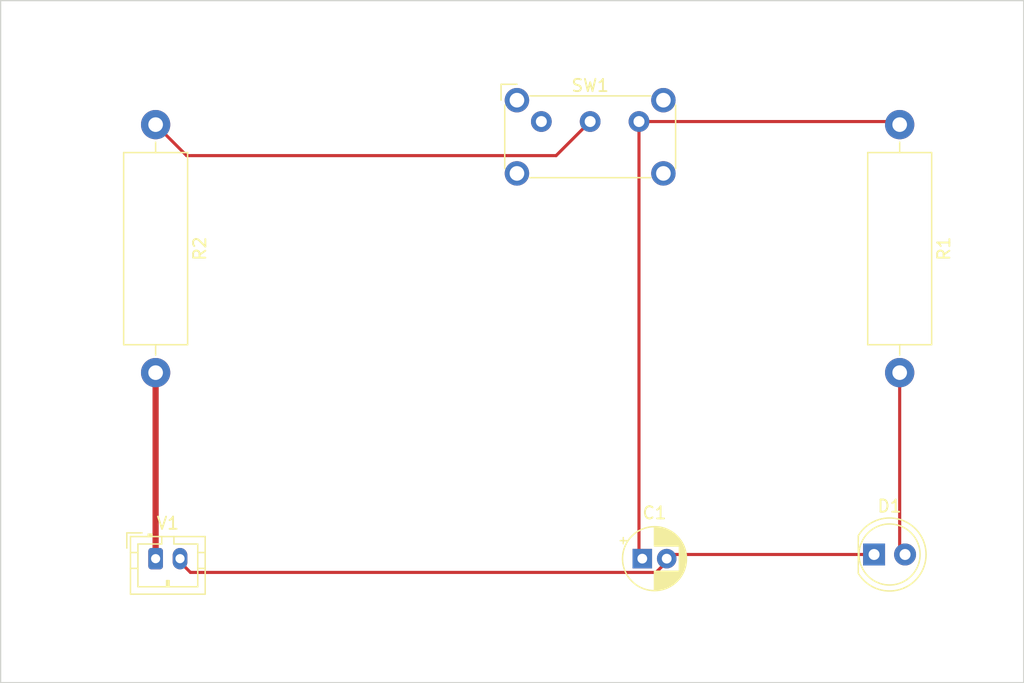
<source format=kicad_pcb>
(kicad_pcb (version 20211014) (generator pcbnew)
  (layers (0 "F.Cu" signal) (31 "B.Cu" signal) (34 "B.Paste" user) (35 "F.Paste" user) (36 "B.SilkS" user "B.Silkscreen") (37 "F.SilkS" user "F.Silkscreen") (38 "B.Mask" user) (39 "F.Mask" user) (44 "Edge.Cuts" user))
  (net 0 "")
  (net 1 "Net-(C1-Pad1)")
  (net 2 "Net-(C1-Pad2)")
  (net 3 "Net-(D1-Pad2)")
  (net 4 "Net-(R2-Pad1)")
  (net 5 "Net-(R2-Pad2)")
  (footprint "Resistor_THT:R_Axial_DIN0516_L15.5mm_D5.0mm_P20.32mm_Horizontal" (layer "F.Cu") (at 124.46 76.2 -90)
    (fp_text reference "R2" (at 10.16 -3.62 90) (layer "F.SilkS"))
    (fp_text value "2.2kW")
    (fp_line (start 2.29 2.62) (end 18.03 2.62) (layer "F.SilkS") (width 0.12))
    (fp_line (start 1.44 0) (end 2.29 0) (layer "F.SilkS") (width 0.12))
    (fp_line (start 18.03 -2.62) (end 2.29 -2.62) (layer "F.SilkS") (width 0.12))
    (fp_line (start 2.29 -2.62) (end 2.29 2.62) (layer "F.SilkS") (width 0.12))
    (fp_line (start 18.88 0) (end 18.03 0) (layer "F.SilkS") (width 0.12))
    (fp_line (start 18.03 2.62) (end 18.03 -2.62) (layer "F.SilkS") (width 0.12))
    (pad "1" thru_hole circle (at 0 0 270) (size 2.4 2.4) (drill 1.2) (layers *.Cu *.Mask) (net 4 "Net-(R2-Pad1)"))
    (pad "2" thru_hole oval (at 20.32 0 270) (size 2.4 2.4) (drill 1.2) (layers *.Cu *.Mask) (net 5 "Net-(R2-Pad2)"))
  )
  (footprint "LED_THT:LED_D5.0mm" (layer "F.Cu") (at 183.322002 111.419567)
    (fp_text reference "D1" (at 1.27 -3.96) (layer "F.SilkS"))
    (fp_text value "LED")
    (fp_line (start -1.29 -1.545) (end -1.29 1.545) (layer "F.SilkS") (width 0.12))
    (fp_arc (start 4.26 -0.000462) (mid 2.072002 2.880433) (end -1.29 1.54483) (layer "F.SilkS") (width 0.12))
    (fp_arc (start -1.29 -1.54483) (mid 2.072002 -2.880433) (end 4.26 0.000462) (layer "F.SilkS") (width 0.12))
    (fp_circle (center 1.27 0) (end 3.77 0) (layer "F.SilkS") (width 0.12) (fill none))
    (pad "1" thru_hole rect (at 0 0) (size 1.8 1.8) (drill 0.9) (layers *.Cu *.Mask) (net 2 "Net-(C1-Pad2)"))
    (pad "2" thru_hole circle (at 2.54 0) (size 1.8 1.8) (drill 0.9) (layers *.Cu *.Mask) (net 3 "Net-(D1-Pad2)"))
  )
  (footprint "Connector_JST:JST_PH_B2B-PH-K_1x02_P2.00mm_Vertical" (layer "F.Cu") (at 124.46 111.76)
    (fp_text reference "V1" (at 1 -2.9) (layer "F.SilkS"))
    (fp_text value "9V")
    (fp_line (start 0.9 2.3) (end 0.9 1.8) (layer "F.SilkS") (width 0.12))
    (fp_line (start -2.36 -2.11) (end -2.36 -0.86) (layer "F.SilkS") (width 0.12))
    (fp_line (start -2.06 -1.81) (end -2.06 2.91) (layer "F.SilkS") (width 0.12))
    (fp_line (start -0.6 -2.01) (end -0.6 -1.81) (layer "F.SilkS") (width 0.12))
    (fp_line (start -0.3 -1.81) (end -0.3 -2.01) (layer "F.SilkS") (width 0.12))
    (fp_line (start 3.45 -1.2) (end 1.5 -1.2) (layer "F.SilkS") (width 0.12))
    (fp_line (start -0.3 -1.91) (end -0.6 -1.91) (layer "F.SilkS") (width 0.12))
    (fp_line (start 0.5 -1.2) (end -1.45 -1.2) (layer "F.SilkS") (width 0.12))
    (fp_line (start -1.45 -1.2) (end -1.45 2.3) (layer "F.SilkS") (width 0.12))
    (fp_line (start 4.06 2.91) (end 4.06 -1.81) (layer "F.SilkS") (width 0.12))
    (fp_line (start 1.5 -1.2) (end 1.5 -1.81) (layer "F.SilkS") (width 0.12))
    (fp_line (start 4.06 -1.81) (end -2.06 -1.81) (layer "F.SilkS") (width 0.12))
    (fp_line (start -1.45 2.3) (end 3.45 2.3) (layer "F.SilkS") (width 0.12))
    (fp_line (start -2.06 2.91) (end 4.06 2.91) (layer "F.SilkS") (width 0.12))
    (fp_line (start 4.06 -0.5) (end 3.45 -0.5) (layer "F.SilkS") (width 0.12))
    (fp_line (start 0.9 1.8) (end 1.1 1.8) (layer "F.SilkS") (width 0.12))
    (fp_line (start 0.5 -1.81) (end 0.5 -1.2) (layer "F.SilkS") (width 0.12))
    (fp_line (start -2.06 0.8) (end -1.45 0.8) (layer "F.SilkS") (width 0.12))
    (fp_line (start -1.11 -2.11) (end -2.36 -2.11) (layer "F.SilkS") (width 0.12))
    (fp_line (start -2.06 -0.5) (end -1.45 -0.5) (layer "F.SilkS") (width 0.12))
    (fp_line (start 1 2.3) (end 1 1.8) (layer "F.SilkS") (width 0.12))
    (fp_line (start 1.1 1.8) (end 1.1 2.3) (layer "F.SilkS") (width 0.12))
    (fp_line (start -0.3 -2.01) (end -0.6 -2.01) (layer "F.SilkS") (width 0.12))
    (fp_line (start 4.06 0.8) (end 3.45 0.8) (layer "F.SilkS") (width 0.12))
    (fp_line (start 3.45 2.3) (end 3.45 -1.2) (layer "F.SilkS") (width 0.12))
    (pad "1" thru_hole roundrect (at 0 0) (size 1.2 1.75) (drill 0.75) (layers *.Cu *.Mask) (roundrect_rratio 0.208333) (net 5 "Net-(R2-Pad2)"))
    (pad "2" thru_hole oval (at 2 0) (size 1.2 1.75) (drill 0.75) (layers *.Cu *.Mask) (net 2 "Net-(C1-Pad2)"))
  )
  (footprint "Button_Switch_THT:SW_E-Switch_EG1224_SPDT_Angled" (layer "F.Cu") (at 156.0625 75.9475)
    (fp_text reference "SW1" (at 4 -2.95) (layer "F.SilkS"))
    (fp_text value " ")
    (fp_line (start 8.95 4.6) (end -0.95 4.6) (layer "F.SilkS") (width 0.12))
    (fp_line (start -3.3 -3.05) (end -2 -3.05) (layer "F.SilkS") (width 0.12))
    (fp_line (start -3 3.85) (end -3 -1.35) (layer "F.SilkS") (width 0.12))
    (fp_line (start -0.95 -2.1) (end 8.95 -2.1) (layer "F.SilkS") (width 0.12))
    (fp_line (start 11 -1.35) (end 11 3.85) (layer "F.SilkS") (width 0.12))
    (fp_line (start -3.3 -1.75) (end -3.3 -3.05) (layer "F.SilkS") (width 0.12))
    (pad "" thru_hole circle (at -2 4.25) (size 2 2) (drill 1.2) (layers *.Cu *.Mask))
    (pad "" thru_hole circle (at 10 -1.75) (size 2 2) (drill 1.2) (layers *.Cu *.Mask))
    (pad "" thru_hole circle (at 10 4.25) (size 2 2) (drill 1.2) (layers *.Cu *.Mask))
    (pad "" thru_hole circle (at -2 -1.75) (size 2 2) (drill 1.2) (layers *.Cu *.Mask))
    (pad "1" thru_hole circle (at 0 0) (size 1.7 1.7) (drill 0.9) (layers *.Cu *.Mask))
    (pad "2" thru_hole circle (at 4 0) (size 1.7 1.7) (drill 0.9) (layers *.Cu *.Mask) (net 4 "Net-(R2-Pad1)"))
    (pad "3" thru_hole circle (at 8 0) (size 1.7 1.7) (drill 0.9) (layers *.Cu *.Mask) (net 1 "Net-(C1-Pad1)"))
  )
  (footprint "Resistor_THT:R_Axial_DIN0516_L15.5mm_D5.0mm_P20.32mm_Horizontal" (layer "F.Cu") (at 185.42 76.2 -90)
    (fp_text reference "R1" (at 10.16 -3.62 90) (layer "F.SilkS"))
    (fp_text value "20kW")
    (fp_line (start 18.03 -2.62) (end 2.29 -2.62) (layer "F.SilkS") (width 0.12))
    (fp_line (start 18.88 0) (end 18.03 0) (layer "F.SilkS") (width 0.12))
    (fp_line (start 1.44 0) (end 2.29 0) (layer "F.SilkS") (width 0.12))
    (fp_line (start 2.29 -2.62) (end 2.29 2.62) (layer "F.SilkS") (width 0.12))
    (fp_line (start 18.03 2.62) (end 18.03 -2.62) (layer "F.SilkS") (width 0.12))
    (fp_line (start 2.29 2.62) (end 18.03 2.62) (layer "F.SilkS") (width 0.12))
    (pad "1" thru_hole circle (at 0 0 270) (size 2.4 2.4) (drill 1.2) (layers *.Cu *.Mask) (net 1 "Net-(C1-Pad1)"))
    (pad "2" thru_hole oval (at 20.32 0 270) (size 2.4 2.4) (drill 1.2) (layers *.Cu *.Mask) (net 3 "Net-(D1-Pad2)"))
  )
  (footprint "Capacitor_THT:CP_Radial_D5.0mm_P2.00mm" (layer "F.Cu") (at 164.33279 111.76)
    (fp_text reference "C1" (at 1 -3.75) (layer "F.SilkS"))
    (fp_text value "4.7uF")
    (fp_line (start 2.521 -2.095) (end 2.521 -1.04) (layer "F.SilkS") (width 0.12))
    (fp_line (start 1.56 1.04) (end 1.56 2.52) (layer "F.SilkS") (width 0.12))
    (fp_line (start 3.281 -1.251) (end 3.281 1.251) (layer "F.SilkS") (width 0.12))
    (fp_line (start 3.601 -0.284) (end 3.601 0.284) (layer "F.SilkS") (width 0.12))
    (fp_line (start 1.12 -2.578) (end 1.12 -1.04) (layer "F.SilkS") (width 0.12))
    (fp_line (start 1.08 1.04) (end 1.08 2.579) (layer "F.SilkS") (width 0.12))
    (fp_line (start 2.481 -2.122) (end 2.481 -1.04) (layer "F.SilkS") (width 0.12))
    (fp_line (start 1 -2.58) (end 1 -1.04) (layer "F.SilkS") (width 0.12))
    (fp_line (start 3.401 -1.011) (end 3.401 1.011) (layer "F.SilkS") (width 0.12))
    (fp_line (start -1.804775 -1.475) (end -1.304775 -1.475) (layer "F.SilkS") (width 0.12))
    (fp_line (start 2.521 1.04) (end 2.521 2.095) (layer "F.SilkS") (width 0.12))
    (fp_line (start 1.16 -2.576) (end 1.16 -1.04) (layer "F.SilkS") (width 0.12))
    (fp_line (start 1.04 1.04) (end 1.04 2.58) (layer "F.SilkS") (width 0.12))
    (fp_line (start 2.641 1.04) (end 2.641 2.004) (layer "F.SilkS") (width 0.12))
    (fp_line (start 1.921 1.04) (end 1.921 2.414) (layer "F.SilkS") (width 0.12))
    (fp_line (start 2.881 1.04) (end 2.881 1.785) (layer "F.SilkS") (width 0.12))
    (fp_line (start 1.6 -2.511) (end 1.6 -1.04) (layer "F.SilkS") (width 0.12))
    (fp_line (start 2.481 1.04) (end 2.481 2.122) (layer "F.SilkS") (width 0.12))
    (fp_line (start 2.201 1.04) (end 2.201 2.29) (layer "F.SilkS") (width 0.12))
    (fp_line (start 2.321 -2.224) (end 2.321 -1.04) (layer "F.SilkS") (width 0.12))
    (fp_line (start 1.32 -2.561) (end 1.32 -1.04) (layer "F.SilkS") (width 0.12))
    (fp_line (start -1.554775 -1.725) (end -1.554775 -1.225) (layer "F.SilkS") (width 0.12))
    (fp_line (start 1.28 -2.565) (end 1.28 -1.04) (layer "F.SilkS") (width 0.12))
    (fp_line (start 1.48 1.04) (end 1.48 2.536) (layer "F.SilkS") (width 0.12))
    (fp_line (start 2.841 -1.826) (end 2.841 -1.04) (layer "F.SilkS") (width 0.12))
    (fp_line (start 3.521 -0.677) (end 3.521 0.677) (layer "F.SilkS") (width 0.12))
    (fp_line (start 1.68 1.04) (end 1.68 2.491) (layer "F.SilkS") (width 0.12))
    (fp_line (start 2.561 1.04) (end 2.561 2.065) (layer "F.SilkS") (width 0.12))
    (fp_line (start 1.761 1.04) (end 1.761 2.468) (layer "F.SilkS") (width 0.12))
    (fp_line (start 2.841 1.04) (end 2.841 1.826) (layer "F.SilkS") (width 0.12))
    (fp_line (start 1.44 1.04) (end 1.44 2.543) (layer "F.SilkS") (width 0.12))
    (fp_line (start 1.32 1.04) (end 1.32 2.561) (layer "F.SilkS") (width 0.12))
    (fp_line (start 3.241 -1.319) (end 3.241 1.319) (layer "F.SilkS") (width 0.12))
    (fp_line (start 3.321 -1.178) (end 3.321 1.178) (layer "F.SilkS") (width 0.12))
    (fp_line (start 2.321 1.04) (end 2.321 2.224) (layer "F.SilkS") (width 0.12))
    (fp_line (start 2.961 -1.699) (end 2.961 -1.04) (layer "F.SilkS") (width 0.12))
    (fp_line (start 2.561 -2.065) (end 2.561 -1.04) (layer "F.SilkS") (width 0.12))
    (fp_line (start 2.241 -2.268) (end 2.241 -1.04) (layer "F.SilkS") (width 0.12))
    (fp_line (start 1.4 1.04) (end 1.4 2.55) (layer "F.SilkS") (width 0.12))
    (fp_line (start 1.44 -2.543) (end 1.44 -1.04) (layer "F.SilkS") (width 0.12))
    (fp_line (start 2.281 -2.247) (end 2.281 -1.04) (layer "F.SilkS") (width 0.12))
    (fp_line (start 2.441 -2.149) (end 2.441 -1.04) (layer "F.SilkS") (width 0.12))
    (fp_line (start 1.6 1.04) (end 1.6 2.511) (layer "F.SilkS") (width 0.12))
    (fp_line (start 1.24 -2.569) (end 1.24 -1.04) (layer "F.SilkS") (width 0.12))
    (fp_line (start 2.801 -1.864) (end 2.801 -1.04) (layer "F.SilkS") (width 0.12))
    (fp_line (start 2.921 1.04) (end 2.921 1.743) (layer "F.SilkS") (width 0.12))
    (fp_line (start 2.721 1.04) (end 2.721 1.937) (layer "F.SilkS") (width 0.12))
    (fp_line (start 2.681 -1.971) (end 2.681 -1.04) (layer "F.SilkS") (width 0.12))
    (fp_line (start 1.2 1.04) (end 1.2 2.573) (layer "F.SilkS") (width 0.12))
    (fp_line (start 1.04 -2.58) (end 1.04 -1.04) (layer "F.SilkS") (width 0.12))
    (fp_line (start 3.481 -0.805) (end 3.481 0.805) (layer "F.SilkS") (width 0.12))
    (fp_line (start 2.041 1.04) (end 2.041 2.365) (layer "F.SilkS") (width 0.12))
    (fp_line (start 2.081 1.04) (end 2.081 2.348) (layer "F.SilkS") (width 0.12))
    (fp_line (start 2.441 1.04) (end 2.441 2.149) (layer "F.SilkS") (width 0.12))
    (fp_line (start 1.52 -2.528) (end 1.52 -1.04) (layer "F.SilkS") (width 0.12))
    (fp_line (start 2.761 -1.901) (end 2.761 -1.04) (layer "F.SilkS") (width 0.12))
    (fp_line (start 2.161 -2.31) (end 2.161 -1.04) (layer "F.SilkS") (width 0.12))
    (fp_line (start 1.24 1.04) (end 1.24 2.569) (layer "F.SilkS") (width 0.12))
    (fp_line (start 1.12 1.04) (end 1.12 2.578) (layer "F.SilkS") (width 0.12))
    (fp_line (start 2.721 -1.937) (end 2.721 -1.04) (layer "F.SilkS") (width 0.12))
    (fp_line (start 3.561 -0.518) (end 3.561 0.518) (layer "F.SilkS") (width 0.12))
    (fp_line (start 3.001 -1.653) (end 3.001 -1.04) (layer "F.SilkS") (width 0.12))
    (fp_line (start 1.36 -2.556) (end 1.36 -1.04) (layer "F.SilkS") (width 0.12))
    (fp_line (start 2.121 1.04) (end 2.121 2.329) (layer "F.SilkS") (width 0.12))
    (fp_line (start 1.48 -2.536) (end 1.48 -1.04) (layer "F.SilkS") (width 0.12))
    (fp_line (start 1.841 1.04) (end 1.841 2.442) (layer "F.SilkS") (width 0.12))
    (fp_line (start 1.4 -2.55) (end 1.4 -1.04) (layer "F.SilkS") (width 0.12))
    (fp_line (start 2.761 1.04) (end 2.761 1.901) (layer "F.SilkS") (width 0.12))
    (fp_line (start 3.161 -1.443) (end 3.161 1.443) (layer "F.SilkS") (width 0.12))
    (fp_line (start 2.921 -1.743) (end 2.921 -1.04) (layer "F.SilkS") (width 0.12))
    (fp_line (start 1.921 -2.414) (end 1.921 -1.04) (layer "F.SilkS") (width 0.12))
    (fp_line (start 3.001 1.04) (end 3.001 1.653) (layer "F.SilkS") (width 0.12))
    (fp_line (start 2.001 -2.382) (end 2.001 -1.04) (layer "F.SilkS") (width 0.12))
    (fp_line (start 2.681 1.04) (end 2.681 1.971) (layer "F.SilkS") (width 0.12))
    (fp_line (start 3.081 -1.554) (end 3.081 1.554) (layer "F.SilkS") (width 0.12))
    (fp_line (start 2.241 1.04) (end 2.241 2.268) (layer "F.SilkS") (width 0.12))
    (fp_line (start 1.881 1.04) (end 1.881 2.428) (layer "F.SilkS") (width 0.12))
    (fp_line (start 2.401 -2.175) (end 2.401 -1.04) (layer "F.SilkS") (width 0.12))
    (fp_line (start 1.2 -2.573) (end 1.2 -1.04) (layer "F.SilkS") (width 0.12))
    (fp_line (start 1.68 -2.491) (end 1.68 -1.04) (layer "F.SilkS") (width 0.12))
    (fp_line (start 3.121 -1.5) (end 3.121 1.5) (layer "F.SilkS") (width 0.12))
    (fp_line (start 3.361 -1.098) (end 3.361 1.098) (layer "F.SilkS") (width 0.12))
    (fp_line (start 1.961 1.04) (end 1.961 2.398) (layer "F.SilkS") (width 0.12))
    (fp_line (start 3.201 -1.383) (end 3.201 1.383) (layer "F.SilkS") (width 0.12))
    (fp_line (start 2.401 1.04) (end 2.401 2.175) (layer "F.SilkS") (width 0.12))
    (fp_line (start 2.001 1.04) (end 2.001 2.382) (layer "F.SilkS") (width 0.12))
    (fp_line (start 1.761 -2.468) (end 1.761 -1.04) (layer "F.SilkS") (width 0.12))
    (fp_line (start 2.281 1.04) (end 2.281 2.247) (layer "F.SilkS") (width 0.12))
    (fp_line (start 2.081 -2.348) (end 2.081 -1.04) (layer "F.SilkS") (width 0.12))
    (fp_line (start 1.64 -2.501) (end 1.64 -1.04) (layer "F.SilkS") (width 0.12))
    (fp_line (start 1 1.04) (end 1 2.58) (layer "F.SilkS") (width 0.12))
    (fp_line (start 1.881 -2.428) (end 1.881 -1.04) (layer "F.SilkS") (width 0.12))
    (fp_line (start 2.601 1.04) (end 2.601 2.035) (layer "F.SilkS") (width 0.12))
    (fp_line (start 1.16 1.04) (end 1.16 2.576) (layer "F.SilkS") (width 0.12))
    (fp_line (start 1.56 -2.52) (end 1.56 -1.04) (layer "F.SilkS") (width 0.12))
    (fp_line (start 1.841 -2.442) (end 1.841 -1.04) (layer "F.SilkS") (width 0.12))
    (fp_line (start 2.801 1.04) (end 2.801 1.864) (layer "F.SilkS") (width 0.12))
    (fp_line (start 3.441 -0.915) (end 3.441 0.915) (layer "F.SilkS") (width 0.12))
    (fp_line (start 1.36 1.04) (end 1.36 2.556) (layer "F.SilkS") (width 0.12))
    (fp_line (start 1.721 1.04) (end 1.721 2.48) (layer "F.SilkS") (width 0.12))
    (fp_line (start 2.121 -2.329) (end 2.121 -1.04) (layer "F.SilkS") (width 0.12))
    (fp_line (start 1.08 -2.579) (end 1.08 -1.04) (layer "F.SilkS") (width 0.12))
    (fp_line (start 2.361 1.04) (end 2.361 2.2) (layer "F.SilkS") (width 0.12))
    (fp_line (start 2.161 1.04) (end 2.161 2.31) (layer "F.SilkS") (width 0.12))
    (fp_line (start 1.801 1.04) (end 1.801 2.455) (layer "F.SilkS") (width 0.12))
    (fp_line (start 2.361 -2.2) (end 2.361 -1.04) (layer "F.SilkS") (width 0.12))
    (fp_line (start 1.28 1.04) (end 1.28 2.565) (layer "F.SilkS") (width 0.12))
    (fp_line (start 1.961 -2.398) (end 1.961 -1.04) (layer "F.SilkS") (width 0.12))
    (fp_line (start 1.801 -2.455) (end 1.801 -1.04) (layer "F.SilkS") (width 0.12))
    (fp_line (start 2.601 -2.035) (end 2.601 -1.04) (layer "F.SilkS") (width 0.12))
    (fp_line (start 2.201 -2.29) (end 2.201 -1.04) (layer "F.SilkS") (width 0.12))
    (fp_line (start 1.52 1.04) (end 1.52 2.528) (layer "F.SilkS") (width 0.12))
    (fp_line (start 2.881 -1.785) (end 2.881 -1.04) (layer "F.SilkS") (width 0.12))
    (fp_line (start 1.721 -2.48) (end 1.721 -1.04) (layer "F.SilkS") (width 0.12))
    (fp_line (start 2.961 1.04) (end 2.961 1.699) (layer "F.SilkS") (width 0.12))
    (fp_line (start 2.641 -2.004) (end 2.641 -1.04) (layer "F.SilkS") (width 0.12))
    (fp_line (start 2.041 -2.365) (end 2.041 -1.04) (layer "F.SilkS") (width 0.12))
    (fp_line (start 3.041 -1.605) (end 3.041 1.605) (layer "F.SilkS") (width 0.12))
    (fp_line (start 1.64 1.04) (end 1.64 2.501) (layer "F.SilkS") (width 0.12))
    (fp_circle (center 1 0) (end 3.62 0) (layer "F.SilkS") (width 0.12) (fill none))
    (pad "1" thru_hole rect (at 0 0) (size 1.6 1.6) (drill 0.8) (layers *.Cu *.Mask) (net 1 "Net-(C1-Pad1)"))
    (pad "2" thru_hole circle (at 2 0) (size 1.6 1.6) (drill 0.8) (layers *.Cu *.Mask) (net 2 "Net-(C1-Pad2)"))
  )
  (gr_rect (start 111.76 66.04) (end 195.58 121.92) (layer "Edge.Cuts") (width 0.1) (fill none))
  (segment (start 164.0625 75.9475) (end 164.0625 111.48971) (width 0.254) (layer "F.Cu") (net 1))
  (segment (start 164.0625 111.48971) (end 164.33279 111.76) (width 0.254) (layer "F.Cu") (net 1))
  (segment (start 164.0625 75.9475) (end 185.1675 75.9475) (width 0.254) (layer "F.Cu") (net 1))
  (segment (start 185.1675 75.9475) (end 185.42 76.2) (width 0.254) (layer "F.Cu") (net 1))
  (segment (start 126.46 111.76) (end 126.46 112.035) (width 0.254) (layer "F.Cu") (net 2))
  (segment (start 165.45779 112.889) (end 166.33279 112.014) (width 0.254) (layer "F.Cu") (net 2))
  (segment (start 127.314 112.889) (end 165.45779 112.889) (width 0.254) (layer "F.Cu") (net 2))
  (segment (start 126.46 112.035) (end 127.314 112.889) (width 0.254) (layer "F.Cu") (net 2))
  (segment (start 166.33279 112.014) (end 166.33279 111.76) (width 0.254) (layer "F.Cu") (net 2))
  (segment (start 183.322002 111.419567) (end 166.673223 111.419567) (width 0.254) (layer "F.Cu") (net 2))
  (segment (start 166.673223 111.419567) (end 166.33279 111.76) (width 0.254) (layer "F.Cu") (net 2))
  (segment (start 185.42 110.977565) (end 185.862002 111.419567) (width 0.254) (layer "F.Cu") (net 3))
  (segment (start 185.42 96.52) (end 185.42 110.977565) (width 0.254) (layer "F.Cu") (net 3))
  (segment (start 127 78.74) (end 157.27 78.74) (width 0.254) (layer "F.Cu") (net 4))
  (segment (start 157.27 78.74) (end 160.0625 75.9475) (width 0.254) (layer "F.Cu") (net 4))
  (segment (start 124.46 76.2) (end 127 78.74) (width 0.254) (layer "F.Cu") (net 4))
  (segment (start 124.46 96.52) (end 124.46 111.76) (width 0.508) (layer "F.Cu") (net 5))
)
</source>
